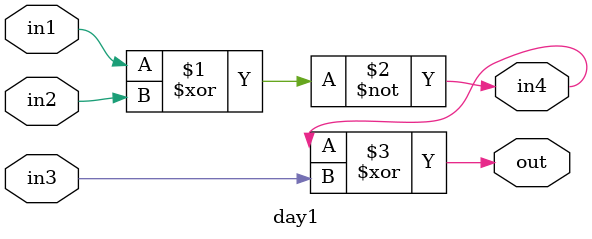
<source format=sv>
module day1(input in1, input in2, input in3, output in4, output out);
  xnor X1(in4, in1, in2);
  xor X2(out, in4, in3);
endmodule

</source>
